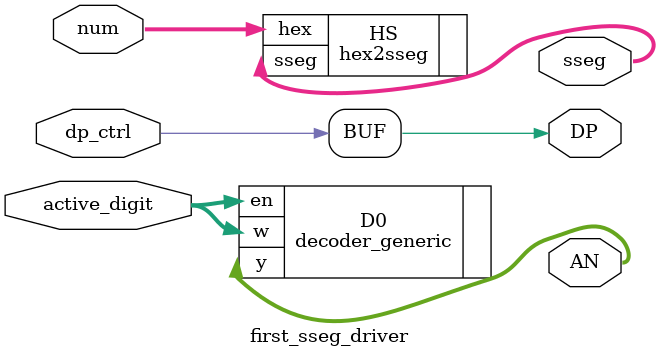
<source format=v>
`timescale 1ns / 1ps


module first_sseg_driver(
        input [2:0] active_digit,
        input [3:0] num,
        input dp_ctrl,
        
        output [6:0] sseg, 
        output [7:0] AN,
        output DP
    );
    assign dp_ctrl = DP;

    decoder_generic D0 (
        .w(active_digit),
        .en(active_digit),
        .y(AN)
    );

    hex2sseg HS (
        .hex(num),
        .sseg(sseg)
    );

endmodule
</source>
